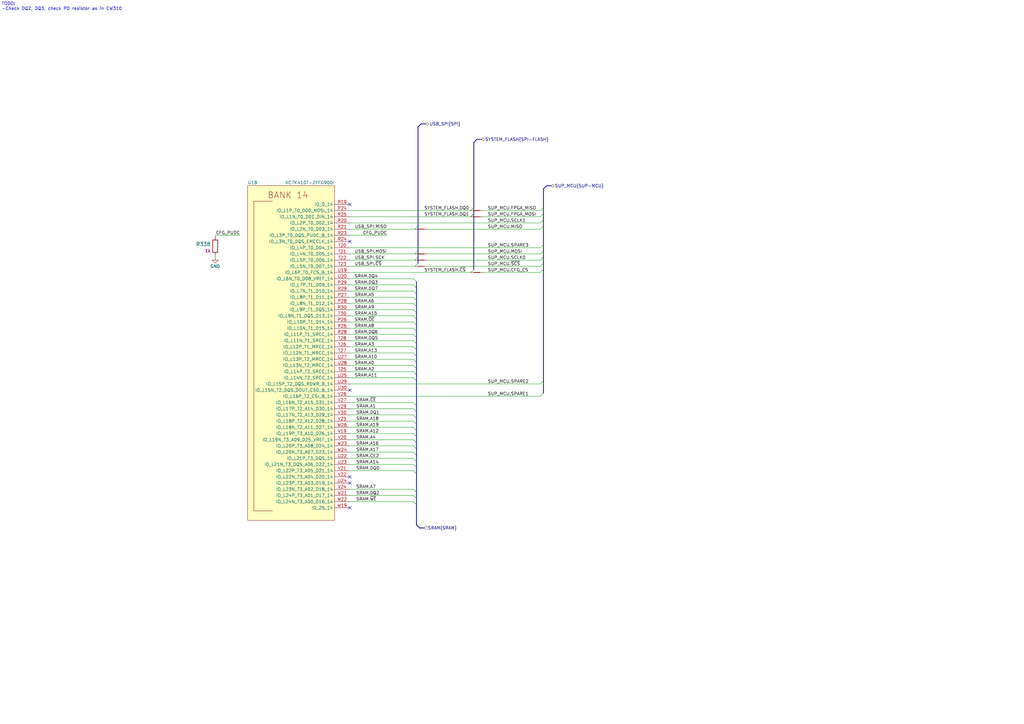
<source format=kicad_sch>
(kicad_sch (version 20211123) (generator eeschema)
  (paper "A3")
  (title_block (title "K410T devboard") (date "2023-01-04") (rev "0.0.99"))
  (no_connect (at 143.51 208.28))
  (no_connect (at 143.51 195.58))
  (no_connect (at 143.51 83.82))
  (no_connect (at 143.51 99.06))
  (no_connect (at 143.51 198.12))
  (no_connect (at 143.51 160.02))
  (bus_entry (at 169.545 134.62) (size 1.27 1.27))
  (bus_entry (at 169.545 154.94) (size 1.27 1.27))
  (bus_entry (at 169.545 187.96) (size 1.27 1.27))
  (bus_entry (at 222.885 161.29) (size -1.27 1.27))
  (bus_entry (at 169.545 147.32) (size 1.27 1.27))
  (bus_entry (at 169.545 175.26) (size 1.27 1.27))
  (bus_entry (at 169.545 167.64) (size 1.27 1.27))
  (bus_entry (at 169.545 129.54) (size 1.27 1.27))
  (bus_entry (at 222.885 105.41) (size -1.27 1.27))
  (bus_entry (at 169.545 149.86) (size 1.27 1.27))
  (bus_entry (at 169.545 193.04) (size 1.27 1.27))
  (bus_entry (at 222.885 156.21) (size -1.27 1.27))
  (bus_entry (at 194.31 87.63) (size -1.27 1.27))
  (bus_entry (at 194.31 110.49) (size -1.27 1.27))
  (bus_entry (at 169.545 203.2) (size 1.27 1.27))
  (bus_entry (at 222.885 102.87) (size -1.27 1.27))
  (bus_entry (at 194.31 85.09) (size -1.27 1.27))
  (bus_entry (at 169.545 121.92) (size 1.27 1.27))
  (bus_entry (at 169.545 124.46) (size 1.27 1.27))
  (bus_entry (at 169.545 127) (size 1.27 1.27))
  (bus_entry (at 169.545 137.16) (size 1.27 1.27))
  (bus_entry (at 169.545 185.42) (size 1.27 1.27))
  (bus_entry (at 171.45 92.71) (size -1.27 1.27))
  (bus_entry (at 171.45 102.87) (size -1.27 1.27))
  (bus_entry (at 169.545 205.74) (size 1.27 1.27))
  (bus_entry (at 169.545 132.08) (size 1.27 1.27))
  (bus_entry (at 169.545 119.38) (size 1.27 1.27))
  (bus_entry (at 169.545 182.88) (size 1.27 1.27))
  (bus_entry (at 169.545 114.3) (size 1.27 1.27))
  (bus_entry (at 171.45 105.41) (size -1.27 1.27))
  (bus_entry (at 169.545 144.78) (size 1.27 1.27))
  (bus_entry (at 169.545 152.4) (size 1.27 1.27))
  (bus_entry (at 194.31 87.63) (size -1.27 1.27))
  (bus_entry (at 222.885 87.63) (size -1.27 1.27))
  (bus_entry (at 169.545 200.66) (size 1.27 1.27))
  (bus_entry (at 171.45 107.95) (size -1.27 1.27))
  (bus_entry (at 169.545 180.34) (size 1.27 1.27))
  (bus_entry (at 169.545 177.8) (size 1.27 1.27))
  (bus_entry (at 169.545 170.18) (size 1.27 1.27))
  (bus_entry (at 222.885 92.71) (size -1.27 1.27))
  (bus_entry (at 222.885 107.95) (size -1.27 1.27))
  (bus_entry (at 169.545 172.72) (size 1.27 1.27))
  (bus_entry (at 169.545 116.84) (size 1.27 1.27))
  (bus_entry (at 169.545 165.1) (size 1.27 1.27))
  (bus_entry (at 222.885 90.17) (size -1.27 1.27))
  (bus_entry (at 222.885 100.33) (size -1.27 1.27))
  (bus_entry (at 169.545 142.24) (size 1.27 1.27))
  (bus_entry (at 222.885 110.49) (size -1.27 1.27))
  (bus_entry (at 222.885 85.09) (size -1.27 1.27))
  (bus_entry (at 169.545 139.7) (size 1.27 1.27))
  (bus_entry (at 169.545 190.5) (size 1.27 1.27))
  (bus (pts (xy 222.885 85.09) (xy 222.885 87.63)))
  (wire (pts (xy 143.51 152.4) (xy 169.545 152.4)))
  (wire (pts (xy 143.51 121.92) (xy 169.545 121.92)))
  (bus (pts (xy 170.815 140.97) (xy 170.815 143.51)))
  (wire (pts (xy 143.51 167.64) (xy 169.545 167.64)))
  (bus (pts (xy 171.45 52.07) (xy 171.45 92.71)))
  (bus (pts (xy 222.885 90.17) (xy 222.885 92.71)))
  (bus (pts (xy 170.815 201.93) (xy 170.815 204.47)))
  (wire (pts (xy 193.04 86.36) (xy 143.51 86.36)))
  (wire (pts (xy 143.51 182.88) (xy 169.545 182.88)))
  (wire (pts (xy 175.26 104.14) (xy 221.615 104.14)))
  (bus (pts (xy 172.085 216.535) (xy 173.99 216.535)))
  (bus (pts (xy 222.885 77.47) (xy 222.885 85.09)))
  (bus (pts (xy 170.815 189.23) (xy 170.815 191.77)))
  (wire (pts (xy 88.265 105.41) (xy 88.265 104.775)))
  (bus (pts (xy 222.885 107.95) (xy 222.885 110.49)))
  (bus (pts (xy 170.815 156.21) (xy 170.815 166.37)))
  (bus (pts (xy 172.72 50.8) (xy 174.625 50.8)))
  (bus (pts (xy 222.885 156.21) (xy 222.885 161.29)))
  (bus (pts (xy 170.815 179.07) (xy 170.815 181.61)))
  (wire (pts (xy 143.51 170.18) (xy 169.545 170.18)))
  (bus (pts (xy 170.815 184.15) (xy 170.815 186.69)))
  (bus (pts (xy 171.45 52.07) (xy 172.72 50.8)))
  (wire (pts (xy 143.51 205.74) (xy 169.545 205.74)))
  (wire (pts (xy 143.51 101.6) (xy 221.615 101.6)))
  (bus (pts (xy 170.815 125.73) (xy 170.815 128.27)))
  (wire (pts (xy 88.265 96.52) (xy 88.265 97.155)))
  (bus (pts (xy 170.815 173.99) (xy 170.815 176.53)))
  (wire (pts (xy 143.51 132.08) (xy 169.545 132.08)))
  (bus (pts (xy 170.815 148.59) (xy 170.815 151.13)))
  (wire (pts (xy 143.51 157.48) (xy 221.615 157.48)))
  (wire (pts (xy 88.265 96.52) (xy 98.425 96.52)))
  (bus (pts (xy 170.815 130.81) (xy 170.815 133.35)))
  (bus (pts (xy 195.58 57.15) (xy 197.485 57.15)))
  (bus (pts (xy 171.45 92.71) (xy 171.45 102.87)))
  (bus (pts (xy 170.815 151.13) (xy 170.815 153.67)))
  (wire (pts (xy 143.51 134.62) (xy 169.545 134.62)))
  (bus (pts (xy 194.31 58.42) (xy 194.31 85.09)))
  (bus (pts (xy 170.815 176.53) (xy 170.815 179.07)))
  (bus (pts (xy 170.815 120.65) (xy 170.815 123.19)))
  (bus (pts (xy 170.815 146.05) (xy 170.815 148.59)))
  (bus (pts (xy 170.815 153.67) (xy 170.815 156.21)))
  (wire (pts (xy 143.51 124.46) (xy 169.545 124.46)))
  (bus (pts (xy 170.815 128.27) (xy 170.815 130.81)))
  (bus (pts (xy 222.885 105.41) (xy 222.885 107.95)))
  (wire (pts (xy 143.51 172.72) (xy 169.545 172.72)))
  (wire (pts (xy 143.51 165.1) (xy 169.545 165.1)))
  (bus (pts (xy 194.31 87.63) (xy 194.31 110.49)))
  (bus (pts (xy 170.815 194.31) (xy 170.815 201.93)))
  (bus (pts (xy 222.885 102.87) (xy 222.885 105.41)))
  (wire (pts (xy 143.51 104.14) (xy 170.18 104.14)))
  (bus (pts (xy 224.155 76.2) (xy 226.06 76.2)))
  (bus (pts (xy 170.815 207.01) (xy 170.815 215.265)))
  (bus (pts (xy 170.815 168.91) (xy 170.815 171.45)))
  (wire (pts (xy 198.12 111.76) (xy 221.615 111.76)))
  (wire (pts (xy 143.51 187.96) (xy 169.545 187.96)))
  (bus (pts (xy 172.085 216.535) (xy 170.815 215.265)))
  (wire (pts (xy 175.26 93.98) (xy 221.615 93.98)))
  (bus (pts (xy 170.815 186.69) (xy 170.815 189.23)))
  (wire (pts (xy 143.51 114.3) (xy 169.545 114.3)))
  (wire (pts (xy 143.51 116.84) (xy 169.545 116.84)))
  (bus (pts (xy 170.815 135.89) (xy 170.815 138.43)))
  (wire (pts (xy 143.51 96.52) (xy 158.75 96.52)))
  (wire (pts (xy 143.51 106.68) (xy 170.18 106.68)))
  (bus (pts (xy 194.31 58.42) (xy 195.58 57.15)))
  (bus (pts (xy 170.815 138.43) (xy 170.815 140.97)))
  (bus (pts (xy 222.885 100.33) (xy 222.885 102.87)))
  (wire (pts (xy 143.51 154.94) (xy 169.545 154.94)))
  (wire (pts (xy 143.51 109.22) (xy 170.18 109.22)))
  (wire (pts (xy 143.51 119.38) (xy 169.545 119.38)))
  (bus (pts (xy 170.815 143.51) (xy 170.815 146.05)))
  (bus (pts (xy 170.815 133.35) (xy 170.815 135.89)))
  (wire (pts (xy 143.51 144.78) (xy 169.545 144.78)))
  (bus (pts (xy 194.31 85.09) (xy 194.31 87.63)))
  (wire (pts (xy 143.51 200.66) (xy 169.545 200.66)))
  (wire (pts (xy 143.51 203.2) (xy 169.545 203.2)))
  (wire (pts (xy 175.26 109.22) (xy 221.615 109.22)))
  (wire (pts (xy 143.51 127) (xy 169.545 127)))
  (wire (pts (xy 175.26 106.68) (xy 221.615 106.68)))
  (wire (pts (xy 221.615 88.9) (xy 198.12 88.9)))
  (bus (pts (xy 171.45 102.87) (xy 171.45 105.41)))
  (bus (pts (xy 170.815 115.57) (xy 170.815 118.11)))
  (wire (pts (xy 143.51 147.32) (xy 169.545 147.32)))
  (wire (pts (xy 143.51 111.76) (xy 193.04 111.76)))
  (wire (pts (xy 143.51 162.56) (xy 221.615 162.56)))
  (bus (pts (xy 170.815 166.37) (xy 170.815 168.91)))
  (bus (pts (xy 222.885 92.71) (xy 222.885 100.33)))
  (wire (pts (xy 143.51 142.24) (xy 169.545 142.24)))
  (wire (pts (xy 143.51 180.34) (xy 169.545 180.34)))
  (bus (pts (xy 170.815 204.47) (xy 170.815 207.01)))
  (wire (pts (xy 143.51 149.86) (xy 169.545 149.86)))
  (wire (pts (xy 221.615 86.36) (xy 198.12 86.36)))
  (bus (pts (xy 170.815 171.45) (xy 170.815 173.99)))
  (wire (pts (xy 143.51 193.04) (xy 169.545 193.04)))
  (bus (pts (xy 170.815 191.77) (xy 170.815 194.31)))
  (wire (pts (xy 143.51 190.5) (xy 169.545 190.5)))
  (wire (pts (xy 143.51 175.26) (xy 169.545 175.26)))
  (bus (pts (xy 170.815 118.11) (xy 170.815 120.65)))
  (bus (pts (xy 222.885 77.47) (xy 224.155 76.2)))
  (wire (pts (xy 143.51 129.54) (xy 169.545 129.54)))
  (bus (pts (xy 171.45 105.41) (xy 171.45 107.95)))
  (wire (pts (xy 143.51 137.16) (xy 169.545 137.16)))
  (wire (pts (xy 193.04 88.9) (xy 143.51 88.9)))
  (bus (pts (xy 170.815 123.19) (xy 170.815 125.73)))
  (bus (pts (xy 170.815 181.61) (xy 170.815 184.15)))
  (wire (pts (xy 143.51 185.42) (xy 169.545 185.42)))
  (wire (pts (xy 143.51 91.44) (xy 221.615 91.44)))
  (wire (pts (xy 143.51 139.7) (xy 169.545 139.7)))
  (bus (pts (xy 222.885 87.63) (xy 222.885 90.17)))
  (bus (pts (xy 222.885 110.49) (xy 222.885 156.21)))
  (wire (pts (xy 143.51 93.98) (xy 170.18 93.98)))
  (wire (pts (xy 143.51 177.8) (xy 169.545 177.8)))
  (text "TODO:\n-Check DQ2, DQ3, check PD resistor as in CW310\n" (at 0.635 4.445 0) (effects (font (size 1.27 1.27)) (justify left bottom)))
  (label "SUP_MCU.SPARE3" (at 200.025 101.6 0))
  (label "SRAM.DQ4" (at 145.415 114.3 0))
  (label "SYSTEM_FLASH.~{CS}" (at 173.99 111.76 0))
  (label "SRAM.A9" (at 145.415 127 0))
  (label "SUP_MCU.SCLK1" (at 200.025 91.44 0))
  (label "SUP_MCU.SCLK0" (at 200.025 106.68 0))
  (label "SRAM.A3" (at 145.415 142.24 0))
  (label "SRAM.A16" (at 146.05 182.88 0))
  (label "USB_SPI.~{CS}" (at 145.415 109.22 0))
  (label "SRAM.DQ6" (at 145.415 137.16 0))
  (label "SUP_MCU.FPGA_MISO" (at 200.025 86.36 0))
  (label "SRAM.A7" (at 146.05 200.66 0))
  (label "SRAM.A15" (at 145.415 129.54 0))
  (label "SRAM.DQ3" (at 145.415 116.84 0))
  (label "SRAM.A5" (at 145.415 121.92 0))
  (label "SUP_MCU.SPARE1" (at 200.025 162.56 0))
  (label "SRAM.~{CE}" (at 146.05 165.1 0))
  (label "SRAM.~{WE}" (at 146.05 205.74 0))
  (label "USB_SPI.MOSI" (at 145.415 104.14 0))
  (label "USB_SPI.SCK" (at 145.415 106.68 0))
  (label "SRAM.A1" (at 146.05 167.64 0))
  (label "SRAM.A2" (at 145.415 152.4 0))
  (label "SRAM.A12" (at 146.05 177.8 0))
  (label "SRAM.DQ0" (at 146.05 193.04 0))
  (label "SRAM.A17" (at 146.05 185.42 0))
  (label "SRAM.CE2" (at 146.05 187.96 0))
  (label "SUP_MCU.MOSI" (at 200.025 104.14 0))
  (label "SUP_MCU.SPARE2" (at 200.025 157.48 0))
  (label "SRAM.~{OE}" (at 145.415 132.08 0))
  (label "SRAM.A11" (at 145.415 154.94 0))
  (label "SYSTEM_FLASH.DQ0" (at 173.99 86.36 0))
  (label "SRAM.DQ2" (at 146.05 203.2 0))
  (label "SRAM.A19" (at 146.05 175.26 0))
  (label "SRAM.DQ5" (at 145.415 139.7 0))
  (label "SRAM.A10" (at 145.415 147.32 0))
  (label "SRAM.A14" (at 146.05 190.5 0))
  (label "SRAM.A4" (at 146.05 180.34 0))
  (label "SUP_MCU.FPGA_MOSI" (at 200.025 88.9 0))
  (label "SRAM.DQ7" (at 145.415 119.38 0))
  (label "SRAM.A18" (at 146.05 172.72 0))
  (label "SRAM.A0" (at 145.415 149.86 0))
  (label "SRAM.A6" (at 145.415 124.46 0))
  (label "SUP_MCU.CFG_CS" (at 200.025 111.76 0))
  (label "SUP_MCU.MISO" (at 200.025 93.98 0))
  (label "SYSTEM_FLASH.DQ1" (at 173.99 88.9 0))
  (label "SRAM.A13" (at 145.415 144.78 0))
  (label "CFG_PUDC" (at 98.425 96.52 180))
  (label "SRAM.DQ1" (at 146.05 170.18 0))
  (label "USB_SPI.MISO" (at 145.415 93.98 0))
  (label "SUP_MCU.~{SCS}" (at 200.025 109.22 0))
  (label "SRAM.A8" (at 145.415 134.62 0))
  (label "CFG_PUDC" (at 158.75 96.52 180))
  (hierarchical_label "SRAM{SRAM}" (shape input) (at 173.99 216.535 0))
  (hierarchical_label "USB_SPI{SPI}" (shape bidirectional) (at 174.625 50.8 0))
  (hierarchical_label "SUP_MCU{SUP-MCU}" (shape bidirectional) (at 226.06 76.2 0))
  (hierarchical_label "SYSTEM_FLASH{SPI-FLASH}" (shape bidirectional) (at 197.485 57.15 0))
  (symbol (lib_id "antmicroShuntsJumpers:NetTie_2") (at 172.72 106.68 0) (unit 1)
    (property "Reference" "NT?" (effects hide))
    (property "Value" "NetTie_2" (effects hide))
    (property "Footprint" "antmicro-footprints:NetTie-2_SMD_Pad0.127mm" (effects hide))
  )
  (symbol (lib_id "antmicroMicrocontrollers:XC7K410T-2FFG900I") (at 119.38 144.78 0) (unit 2)
    (property "Reference" "U1" (at 101.6 74.93 0) (effects (justify left)))
    (property "Value" "XC7K410T-2FFG900I" (at 137.16 74.93 0) (effects (justify right)))
    (property "Footprint" "antmicro-footprints:xc7k410t-2ffg900I" (effects hide))
    (property "Datasheet" "https://eu.mouser.com/datasheet/2/903/ds180_7Series_Overview-1591537.pdf" (effects hide))
    (property "Manufacturer" "Xilinx" (effects hide))
    (property "MPN" "XC7K410T-2FFG900I" (effects hide))
  )
  (symbol (lib_id "antmicroShuntsJumpers:NetTie_2") (at 172.72 93.98 0) (unit 1)
    (property "Reference" "NT?" (effects hide))
    (property "Value" "NetTie_2" (effects hide))
    (property "Footprint" "antmicro-footprints:NetTie-2_SMD_Pad0.127mm" (effects hide))
  )
  (symbol (lib_id "antmicroResistors0402:R_1k_0402") (at 88.265 100.965 270) (mirror x) (unit 1)
    (property "Reference" "R338" (at 86.487 100.1304 90) (effects (font (size 1.524 1.524)) (justify right)))
    (property "Value" "R_1k_0402" (effects hide))
    (property "Footprint" "antmicro-footprints:0402-res" (effects hide))
    (property "Manufacturer" "BOURNS" (effects hide))
    (property "MPN" "CR0402-FX-1001GLF" (effects hide))
    (property "Val" "1k" (at 86.487 102.8955 90) (effects (justify right)))
  )
  (symbol (lib_id "antmicroShuntsJumpers:NetTie_2") (at 172.72 104.14 0) (unit 1)
    (property "Reference" "NT?" (effects hide))
    (property "Value" "NetTie_2" (effects hide))
    (property "Footprint" "antmicro-footprints:NetTie-2_SMD_Pad0.127mm" (effects hide))
  )
  (symbol (lib_id "antmicroShuntsJumpers:NetTie_2") (at 195.58 111.76 0) (unit 1)
    (property "Reference" "NT?" (effects hide))
    (property "Value" "NetTie_2" (effects hide))
    (property "Footprint" "antmicro-footprints:NetTie-2_SMD_Pad0.127mm" (effects hide))
  )
  (symbol (lib_id "antmicroShuntsJumpers:NetTie_2") (at 195.58 88.9 0) (unit 1)
    (property "Reference" "NT?" (effects hide))
    (property "Value" "NetTie_2" (effects hide))
    (property "Footprint" "antmicro-footprints:NetTie-2_SMD_Pad0.127mm" (effects hide))
  )
  (symbol (lib_id "power:GND") (at 88.265 105.41 0) (mirror y) (unit 1)
    (property "Reference" "#PWR0420" (effects hide))
    (property "Value" "GND" (at 88.265 109.22 0))
  )
  (symbol (lib_id "antmicroShuntsJumpers:NetTie_2") (at 172.72 109.22 0) (unit 1)
    (property "Reference" "NT?" (effects hide))
    (property "Value" "NetTie_2" (effects hide))
    (property "Footprint" "antmicro-footprints:NetTie-2_SMD_Pad0.127mm" (effects hide))
  )
  (symbol (lib_id "antmicroShuntsJumpers:NetTie_2") (at 195.58 86.36 0) (unit 1)
    (property "Reference" "NT?" (effects hide))
    (property "Value" "NetTie_2" (effects hide))
    (property "Footprint" "antmicro-footprints:NetTie-2_SMD_Pad0.127mm" (effects hide))
  )
)
</source>
